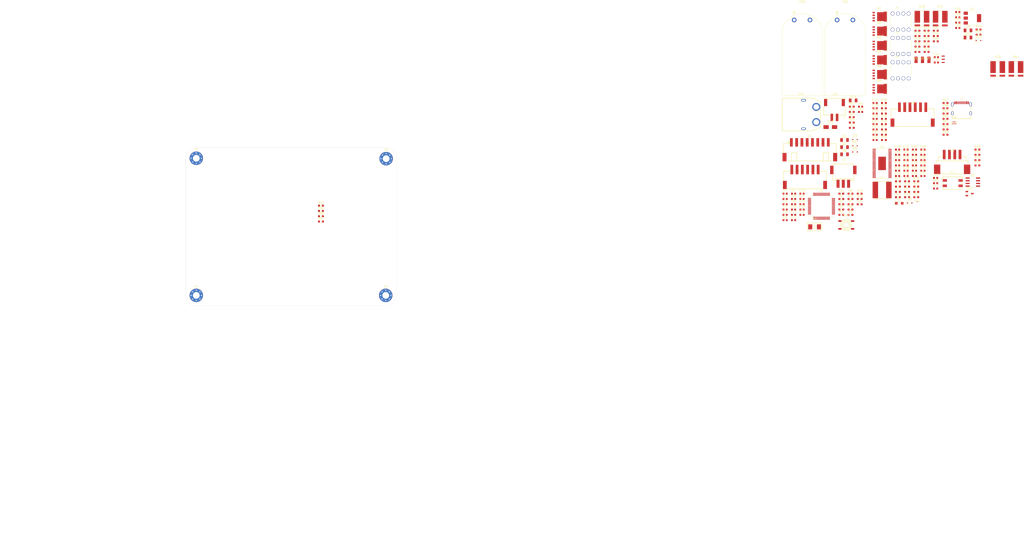
<source format=kicad_pcb>
(kicad_pcb (version 20221018) (generator pcbnew)
  (title_block (title "BLDC Motor Controller") (date "2024-01-06") (rev "rev01_1"))
  (layers (0 "F.Cu" signal) (31 "B.Cu" signal) (34 "B.Paste" user) (35 "F.Paste" user) (36 "B.SilkS" user "B.Silkscreen") (37 "F.SilkS" user "F.Silkscreen") (38 "B.Mask" user) (39 "F.Mask" user) (44 "Edge.Cuts" user))
  (net 0 "")
  (net 1 "+3V3")
  (net 2 "GND")
  (net 3 "/MCU/NRST")
  (net 4 "/MCU/VCAP_1")
  (net 5 "/MCU/VCAP_2")
  (net 6 "/MCU/+3V3_A")
  (net 7 "/MCU/PH_0")
  (net 8 "/MCU/PH_1")
  (net 9 "/MCU/SERVO")
  (net 10 "Net-(C17-Pad1)")
  (net 11 "/FET Driver/GVDD")
  (net 12 "/FET Driver/OC_ADJ")
  (net 13 "Net-(C22-Pad1)")
  (net 14 "Net-(C22-Pad2)")
  (net 15 "/FET Driver/COMP")
  (net 16 "/FET Driver/CP2")
  (net 17 "/FET Driver/CP1")
  (net 18 "Net-(U2-AVDD)")
  (net 19 "+VDC")
  (net 20 "/FET Driver/BST_BK")
  (net 21 "/FET Driver/PH")
  (net 22 "H1_VS")
  (net 23 "/FET Driver/BST_A")
  (net 24 "H2_VS")
  (net 25 "/FET Driver/BST_B")
  (net 26 "H3_VS")
  (net 27 "/FET Driver/BST_C")
  (net 28 "/FET Driver/+5V_DRV")
  (net 29 "S2_N")
  (net 30 "S2_P")
  (net 31 "S1_N")
  (net 32 "S1_P")
  (net 33 "/CAN BUS/C_CAN_P")
  (net 34 "/CAN BUS/C_CAN_N")
  (net 35 "/Filters/HALL_1_IN")
  (net 36 "/Filters/HALL_2_IN")
  (net 37 "/Filters/HALL_3_IN")
  (net 38 "/Filters/TEMP_IN")
  (net 39 "+5V")
  (net 40 "Net-(D10-A)")
  (net 41 "AN_IN")
  (net 44 "Net-(D1-A)")
  (net 45 "Net-(D2-A)")
  (net 52 "Net-(D6-A)")
  (net 53 "Net-(D9-A)")
  (net 54 "Net-(D12-A)")
  (net 55 "Net-(D14-A)")
  (net 56 "/CAN BUS/R_CAN_N")
  (net 57 "/CAN BUS/R_CAN_P")
  (net 58 "/CAN BUS/CAN_P")
  (net 59 "/CAN BUS/CAN_N")
  (net 60 "/MCU/SWCLK")
  (net 61 "/MCU/SWDIO")
  (net 65 "Net-(J2-Pin_3)")
  (net 70 "/MCU/SCK_ADC_EXT")
  (net 71 "/MCU/RX_SDA_NSS")
  (net 72 "/MCU/TX_SCL_MOSI")
  (net 73 "/MCU/MISO_ADC_EXT")
  (net 76 "/MOSFETS/PHASE_1")
  (net 77 "/MOSFETS/PHASE_2")
  (net 78 "/MOSFETS/PHASE_3")
  (net 79 "/USB/+5V-C")
  (net 80 "Net-(J7-CC1)")
  (net 81 "/USB/USB-C_P")
  (net 82 "/USB/USB-C_N")
  (net 84 "Net-(J7-CC2)")
  (net 86 "Net-(J7-SHIELD-PadS1)")
  (net 89 "ADC_TEMP")
  (net 92 "/FET Driver/DVDD")
  (net 93 "H3_LOW")
  (net 94 "Net-(NT5-Pad1)")
  (net 95 "H2_LOW")
  (net 96 "Net-(NT7-Pad1)")
  (net 97 "H1_LOW")
  (net 98 "/MOSFETS/M_H3_RG")
  (net 99 "/MOSFETS/M_L3_RG")
  (net 100 "/MOSFETS/M_H2_RG")
  (net 101 "/MOSFETS/M_L2_RG")
  (net 102 "/MOSFETS/M_H1_RG")
  (net 103 "/MOSFETS/M_L1_RG")
  (net 104 "/MCU/BOOT0_P")
  (net 105 "/MCU/PH_0_P")
  (net 106 "/MCU/PH_1_P")
  (net 107 "/MCU/LED_GREEN")
  (net 108 "/MCU/LED_RED")
  (net 109 "/FET Driver/DTC")
  (net 110 "/FET Driver/RT_CLK")
  (net 111 "/FET Driver/BIAS")
  (net 112 "SENS1")
  (net 113 "/FET Driver/V_SENSE")
  (net 114 "SENS2")
  (net 115 "SENS3")
  (net 116 "M_H3")
  (net 117 "M_L3")
  (net 118 "M_H2")
  (net 119 "M_L2")
  (net 120 "/MOSFETS/SH2_N")
  (net 121 "M_H1")
  (net 122 "M_L1")
  (net 123 "/MOSFETS/SH1_N")
  (net 124 "Net-(U3-Rs)")
  (net 125 "HALL_1_OUT")
  (net 126 "HALL_2_OUT")
  (net 127 "HALL_3_OUT")
  (net 128 "TEMP_MOTOR")
  (net 129 "Net-(R56-Pad2)")
  (net 130 "USB_P")
  (net 131 "USB_N")
  (net 138 "/MCU/TX_SDA_NSS")
  (net 139 "/MCU/RX_SCI_MOSI")
  (net 140 "/MCU/BR_S02")
  (net 141 "/MCU/BR_S01")
  (net 143 "/MCU/TX_SCI_MOSI")
  (net 144 "/MCU/DC_CAL")
  (net 145 "/MCU/L3")
  (net 146 "/MCU/L2")
  (net 147 "/MCU/L1")
  (net 150 "/MCU/H3")
  (net 151 "/MCU/H2")
  (net 152 "/MCU/H1")
  (net 153 "/MCU/USB_DM")
  (net 154 "/MCU/USB_DP")
  (net 156 "/MCU/EN_GATE")
  (net 157 "/MCU/FAULT")
  (net 161 "/MCU/CAN_RX")
  (net 162 "/MCU/CAN_TX")
  (net 163 "/FET Driver/VSENSE")
  (net 166 "FAULT")
  (net 167 "DC_CAL")
  (net 168 "EN_GATE")
  (net 169 "H1")
  (net 170 "L1")
  (net 171 "H2")
  (net 172 "L2")
  (net 173 "H3")
  (net 174 "L3")
  (net 175 "BR_S01")
  (net 176 "BR_S02")
  (net 179 "CAN_TX")
  (net 180 "CAN_RX")
  (net 184 "/USB/CC2")
  (net 185 "/USB/CC1")
  (net 186 "Net-(H1-Pad1)")
  (net 187 "Net-(H2-Pad1)")
  (net 188 "Net-(H3-Pad1)")
  (net 189 "Net-(H5-Pad1)")
  (footprint "Capacitor_SMD:C_0603_1608Metric" (layer "F.Cu") (at 501.8 100.07)
    (fp_text reference "C24")
    (fp_text value "22n")
  )
  (footprint "Capacitor_SMD:C_0603_1608Metric" (layer "F.Cu") (at 509.82 102.58)
    (fp_text reference "C37")
    (fp_text value "100n")
  )
  (footprint "Resistor_SMD:R_0603_1608Metric_Pad0.98x0.95mm_HandSolder" (layer "F.Cu") (at 507.21 46.25)
    (fp_text reference "R24")
    (fp_text value "4R7")
  )
  (footprint "Capacitor_SMD:C_0603_1608Metric" (layer "F.Cu") (at 505.81 110.11)
    (fp_text reference "C34")
    (fp_text value "100n")
  )
  (footprint "Capacitor_SMD:C_0603_1608Metric" (layer "F.Cu") (at 487.14 77.99)
    (fp_text reference "C44")
    (fp_text value "100n")
  )
  (footprint "Resistor_SMD:R_0603_1608Metric_Pad0.98x0.95mm_HandSolder" (layer "F.Cu") (at 475.48 131.03)
    (fp_text reference "R9")
    (fp_text value "39k")
  )
  (footprint "Capacitor_SMD:C_0603_1608Metric" (layer "F.Cu") (at 444.48 123.5)
    (fp_text reference "C2")
    (fp_text value "100nF")
  )
  (footprint "Resistor_SMD:R_0603_1608Metric_Pad0.98x0.95mm_HandSolder" (layer "F.Cu") (at 511.56 43.74)
    (fp_text reference "R28")
    (fp_text value "39K")
  )
  (footprint "Resistor_SMD:R_0603_1608Metric_Pad0.98x0.95mm_HandSolder" (layer "F.Cu") (at 520.52 90.54)
    (fp_text reference "R62")
    (fp_text value "5K1")
  )
  (footprint "Resistor_SMD:R_0603_1608Metric_Pad0.98x0.95mm_HandSolder" (layer "F.Cu") (at 502.31 120.15)
    (fp_text reference "R17")
    (fp_text value "18K")
  )
  (footprint "Resistor_SMD:R_0603_1608Metric_Pad0.98x0.95mm_HandSolder" (layer "F.Cu") (at 520.52 80.5)
    (fp_text reference "R58")
    (fp_text value "0R")
  )
  (footprint "Package_DFN_QFN:PQFN-8-EP_6x5mm_P1.27mm_Generic" (layer "F.Cu") (at 489.21 71.31)
    (fp_text reference "Q6")
    (fp_text value "HSBA15810C")
  )
  (footprint "Capacitor_SMD:C_0603_1608Metric" (layer "F.Cu") (at 487.14 80.5)
    (fp_text reference "C48")
    (fp_text value "4n7")
  )
  (footprint "DF_ESC_Footprint_Library:FILTER-SMD_4P-L9.2-W6.0-P2.54-TL" (layer "F.Cu") (at 523.934899 115.99)
    (fp_text reference "FL1")
    (fp_text value "744227S")
  )
  (footprint "Capacitor_SMD:C_0603_1608Metric" (layer "F.Cu") (at 509.82 100.07)
    (fp_text reference "C36")
    (fp_text value "10u")
  )
  (footprint "NetTie:NetTie-2_SMD_Pad0.5mm" (layer "F.Cu") (at 519.445 58.785)
    (fp_text reference "NT6" hide)
    (fp_text value "NetTie_2" hide)
  )
  (footprint "DF_ESC_Footprint_Library:CONN-SMD_S4B-XH-SM4-TB-LF-SN" (layer "F.Cu") (at 523.65 107.04)
    (fp_text reference "U5")
    (fp_text value "S4B-XH-SM4-TB-(LF)(SN)")
  )
  (footprint "Diode_SMD:Nexperia_CFP3_SOD-123W" (layer "F.Cu") (at 498.605 125.54)
    (fp_text reference "D7")
    (fp_text value "PMEG6020ELR")
  )
  (footprint "Diode_SMD:D_SOD-323" (layer "F.Cu") (at 477.635 95.31)
    (fp_text reference "D3")
    (fp_text value "BAT60A")
  )
  (footprint "LED_SMD:LED_1206_3216Metric" (layer "F.Cu") (at 472.66 95.53)
    (fp_text reference "D1")
    (fp_text value "LED_G")
  )
  (footprint "Capacitor_SMD:C_0603_1608Metric" (layer "F.Cu") (at 480.26 79.73)
    (fp_text reference "C61")
    (fp_text value "100n")
  )
  (footprint "Resistor_SMD:R_0603_1608Metric_Pad0.98x0.95mm_HandSolder" (layer "F.Cu") (at 502.31 117.64)
    (fp_text reference "R16")
    (fp_text value "2K2")
  )
  (footprint "Resistor_SMD:R_0603_1608Metric_Pad0.98x0.95mm_HandSolder" (layer "F.Cu") (at 224.4475 134.2)
    (fp_text reference "R67")
    (fp_text value "0R")
  )
  (footprint "DF_ESC_Footprint_Library:CONN-SMD_XH-3AWB" (layer "F.Cu") (at 472.074962 111.601611)
    (fp_text reference "J2")
    (fp_text value "Conn_01x03")
  )
  (footprint "Capacitor_SMD:C_0603_1608Metric" (layer "F.Cu") (at 501.8 110.11)
    (fp_text reference "C28")
    (fp_text value "100n")
  )
  (footprint "NetTie:NetTie-2_SMD_Pad0.5mm" (layer "F.Cu") (at 519.445 55.785)
    (fp_text reference "NT2" hide)
    (fp_text value "NetTie_2" hide)
  )
  (footprint "Resistor_SMD:R_0603_1608Metric_Pad0.98x0.95mm_HandSolder" (layer "F.Cu") (at 535.65 102.58)
    (fp_text reference "R40")
    (fp_text value "10R")
  )
  (footprint "Package_TO_SOT_SMD:TSOT-23" (layer "F.Cu") (at 531.95 120.94)
    (fp_text reference "D11")
    (fp_text value "ESDCAN24-2BLY")
  )
  (footprint "Resistor_SMD:R_0603_1608Metric_Pad0.98x0.95mm_HandSolder" (layer "F.Cu") (at 506.66 115.13)
    (fp_text reference "R19")
    (fp_text value "39k")
  )
  (footprint "DF_ESC_Footprint_Library:NetTie_SMD_Pad_3.00mm" (layer "F.Cu") (at 506.56 57.56)
    (fp_text reference "NT3")
    (fp_text value "NetTie_2")
  )
  (footprint "Capacitor_SMD:C_0603_1608Metric" (layer "F.Cu") (at 505.81 112.62)
    (fp_text reference "C35")
    (fp_text value "10u")
  )
  (footprint "Resistor_SMD:R_0603_1608Metric_Pad0.98x0.95mm_HandSolder" (layer "F.Cu") (at 491.32 95.56)
    (fp_text reference "R49")
    (fp_text value "0R")
  )
  (footprint "Capacitor_SMD:C_0603_1608Metric" (layer "F.Cu") (at 487.14 95.56)
    (fp_text reference "C54")
    (fp_text value "100n")
  )
  (footprint "Resistor_SMD:R_0603_1608Metric_Pad0.98x0.95mm_HandSolder" (layer "F.Cu") (at 520.52 93.05)
    (fp_text reference "R63")
    (fp_text value "0R")
  )
  (footprint "Capacitor_SMD:C_0603_1608Metric" (layer "F.Cu") (at 497.79 105.09)
    (fp_text reference "C20")
    (fp_text value "2u2")
  )
  (footprint "Resistor_SMD:R_0603_1608Metric_Pad0.98x0.95mm_HandSolder" (layer "F.Cu") (at 479.83 126.01)
    (fp_text reference "TH1")
    (fp_text value "10K")
  )
  (footprint "Resistor_SMD:R_0603_1608Metric_Pad0.98x0.95mm_HandSolder" (layer "F.Cu") (at 491.32 93.05)
    (fp_text reference "R48")
    (fp_text value "10k")
  )
  (footprint "DF_ESC_Footprint_Library:CRYSTAL-SMD_L5.0-W3.2" (layer "F.Cu") (at 458.457006 136.71)
    (fp_text reference "Y1")
    (fp_text value "8MHz")
  )
  (footprint "Capacitor_SMD:C_0603_1608Metric" (layer "F.Cu") (at 452.5 128.52)
    (fp_text reference "C16")
    (fp_text value "100n")
  )
  (footprint "DF_ESC_Footprint_Library:CAP-TH_BD18.0-P7.50-D1.2-SIDE" (layer "F.Cu") (at 470.97843 38.525602)
    (fp_text reference "C63")
    (fp_text value "LKMI2501K821MF")
  )
  (footprint "Resistor_SMD:R_0603_1608Metric_Pad0.98x0.95mm_HandSolder" (layer "F.Cu") (at 476.08 79.73)
    (fp_text reference "R52")
    (fp_text value "39k")
  )
  (footprint "DF_ESC_Footprint_Library:RES-SMD_L7.0-W6.7" (layer "F.Cu") (at 545.270102 61.806533)
    (fp_text reference "R29")
    (fp_text value "0R001")
  )
  (footprint "Resistor_SMD:R_0603_1608Metric_Pad0.98x0.95mm_HandSolder" (layer "F.Cu") (at 535.65 107.6)
    (fp_text reference "R42")
    (fp_text value "10K")
  )
  (footprint "Resistor_SMD:R_0603_1608Metric_Pad0.98x0.95mm_HandSolder" (layer "F.Cu") (at 507.21 43.74)
    (fp_text reference "R23")
    (fp_text value "4R7")
  )
  (footprint "Resistor_SMD:R_0603_1608Metric_Pad0.98x0.95mm_HandSolder" (layer "F.Cu") (at 507.21 48.76)
    (fp_text reference "R25")
    (fp_text value "39K")
  )
  (footprint "Capacitor_SMD:C_0603_1608Metric" (layer "F.Cu") (at 487.14 88.03)
    (fp_text reference "C51")
    (fp_text value "4n7")
  )
  (footprint "Resistor_SMD:R_0603_1608Metric_Pad0.98x0.95mm_HandSolder" (layer "F.Cu") (at 479.83 123.5)
    (fp_text reference "R56")
    (fp_text value "2k2")
  )
  (footprint "LED_SMD:LED_1206_3216Metric" (layer "F.Cu") (at 531.19 43.58)
    (fp_text reference "D9")
    (fp_text value "LED_G")
  )
  (footprint "Resistor_SMD:R_0603_1608Metric_Pad0.98x0.95mm_HandSolder" (layer "F.Cu") (at 520.52 83.01)
    (fp_text reference "R59")
    (fp_text value "22R")
  )
  (footprint "Diode_SMD:D_SOD-323" (layer "F.Cu") (at 477.635 98.26)
    (fp_text reference "D4")
    (fp_text value "BAT60A")
  )
  (footprint "DF_ESC_Footprint_Library:CAP-TH_BD18.0-P7.50-D1.2-SIDE" (layer "F.Cu") (at 450.644372 38.525602)
    (fp_text reference "C59")
    (fp_text value "LKMI2501K821MF")
  )
  (footprint "Capacitor_SMD:C_0603_1608Metric" (layer "F.Cu") (at 448.49 131.03)
    (fp_text reference "C11")
    (fp_text value "100n")
  )
  (footprint "Resistor_SMD:R_0603_1608Metric_Pad0.98x0.95mm_HandSolder" (layer "F.Cu") (at 476.08 84.75)
    (fp_text reference "R54")
    (fp_text value "39k")
  )
  (footprint "Resistor_SMD:R_0603_1608Metric_Pad0.98x0.95mm_HandSolder" (layer "F.Cu") (at 475.48 123.5)
    (fp_text reference "R6")
    (fp_text value "1k")
  )
  (footprint "Resistor_SMD:R_0603_1608Metric_Pad0.98x0.95mm_HandSolder" (layer "F.Cu") (at 475.48 120.99)
    (fp_text reference "R5")
    (fp_text value "1k")
  )
  (footprint "Resistor_SMD:R_0603_1608Metric_Pad0.98x0.95mm_HandSolder" (layer "F.Cu") (at 511.56 48.76)
    (fp_text reference "R31")
    (fp_text value "100R")
  )
  (footprint "Diode_SMD:D_SMA" (layer "F.Cu") (at 465.925 89.41)
    (fp_text reference "D13")
    (fp_text value "SMAJ60CA")
  )
  (footprint "LED_SMD:LED_1206_3216Metric" (layer "F.Cu") (at 476.75 76.78)
    (fp_text reference "D14")
    (fp_text value "LED_G")
  )
  (footprint "Resistor_SMD:R_0603_1608Metric_Pad0.98x0.95mm_HandSolder" (layer "F.Cu") (at 507.21 53.78)
    (fp_text reference "R27")
    (fp_text value "4R7")
  )
  (footprint "Resistor_SMD:R_0603_1608Metric_Pad0.98x0.95mm_HandSolder" (layer "F.Cu") (at 471.13 128.52)
    (fp_text reference "R3")
    (fp_text value "0R")
  )
  (footprint "Resistor_SMD:R_0603_1608Metric_Pad0.98x0.95mm_HandSolder" (layer "F.Cu") (at 471.13 123.5)
    (fp_text reference "R1")
    (fp_text value "100R")
  )
  (footprint "DF_ESC_Footprint_Library:SW-SMD_4P-L5.2-W5.2-P3.70-LS6.4" (layer "F.Cu") (at 473.48 135.81)
    (fp_text reference "SW2")
    (fp_text value "PTS526SK15SMTR2LFS")
  )
  (footprint "Package_DFN_QFN:PQFN-8-EP_6x5mm_P1.27mm_Generic" (layer "F.Cu") (at 489.21 50.76)
    (fp_text reference "Q3")
    (fp_text value "HSBA15810C")
  )
  (footprint "Resistor_SMD:R_0603_1608Metric_Pad0.98x0.95mm_HandSolder" (layer "F.Cu") (at 511.56 51.27)
    (fp_text reference "R32")
    (fp_text value "4R7")
  )
  (footprint "Capacitor_SMD:C_0603_1608Metric" (layer "F.Cu") (at 452.5 120.99)
    (fp_text reference "C13")
    (fp_text value "10p")
  )
  (footprint "Capacitor_SMD:C_0603_1608Metric" (layer "F.Cu") (at 497.79 112.62)
    (fp_text reference "C23")
    (fp_text value "120p")
  )
  (footprint "Package_SO:HTSSOP-56-1EP_6.1x14mm_P0.5mm_EP3.61x6.35mm" (layer "F.Cu") (at 490.46 106.64)
    (fp_text reference "U2")
    (fp_text value "DRV8302_DCA_56")
  )
  (footprint "Capacitor_SMD:C_0603_1608Metric" (layer "F.Cu") (at 501.8 107.6)
    (fp_text reference "C27")
    (fp_text value "100n")
  )
  (footprint "Resistor_SMD:R_0603_1608Metric_Pad0.98x0.95mm_HandSolder" (layer "F.Cu") (at 511.56 53.78)
    (fp_text reference "R33")
    (fp_text value "4R7")
  )
  (footprint "Resistor_SMD:R_0603_1608Metric_Pad0.98x0.95mm_HandSolder" (layer "F.Cu") (at 491.32 85.52)
    (fp_text reference "R45")
    (fp_text value "10k")
  )
  (footprint "DF_ESC_Footprint_Library:NetTie_SMD_Pad_3.00mm" (layer "F.Cu") (at 509.61 57.56)
    (fp_text reference "NT5")
    (fp_text value "NetTie_2")
  )
  (footprint "Capacitor_SMD:C_0603_1608Metric" (layer "F.Cu") (at 497.79 102.58)
    (fp_text reference "C19")
    (fp_text value "2u2")
  )
  (footprint "Capacitor_SMD:C_0603_1608Metric" (layer "F.Cu") (at 515.83 113.52)
    (fp_text reference "C45")
    (fp_text value "51p")
  )
  (footprint "Resistor_SMD:R_0603_1608Metric_Pad0.98x0.95mm_HandSolder" (layer "F.Cu") (at 497.96 117.64)
    (fp_text reference "R12")
    (fp_text value "10k")
  )
  (footprint "Resistor_SMD:R_0603_1608Metric_Pad0.98x0.95mm_HandSolder" (layer "F.Cu") (at 520.52 77.99)
    (fp_text reference "R57")
    (fp_text value "0R")
  )
  (footprint "DF_ESC_Footprint_Library:USB-C_SMD-TYPE-C-31-M-12" (layer "F.Cu") (at 528.121137 81.6691)
    (fp_text reference "J7")
    (fp_text value "TYPE-C-31-M-12")
  )
  (footprint "Capacitor_SMD:C_0603_1608Metric" (layer "F.Cu") (at 501.8 105.09)
    (fp_text reference "C26")
    (fp_text value "100n")
  )
  (footprint "Capacitor_SMD:C_0603_1608Metric" (layer "F.Cu") (at 526.34 39.91)
    (fp_text reference "C57")
    (fp_text value "1u")
  )
  (footprint "Resistor_SMD:R_0603_1608Metric_Pad0.98x0.95mm_HandSolder" (layer "F.Cu") (at 520.52 85.52)
    (fp_text reference "R60")
    (fp_text value "22R")
  )
  (footprint "Capacitor_SMD:C_0603_1608Metric" (layer "F.Cu") (at 487.14 85.52)
    (fp_text reference "C50")
    (fp_text value "100n")
  )
  (footprint "DF_ESC_Footprint_Library:RES-SMD_L7.0-W6.7" (layer "F.Cu") (at 518.01 37.96)
    (fp_text reference "R37")
    (fp_text value "0R001")
  )
  (footprint "Resistor_SMD:R_0603_1608Metric_Pad0.98x0.95mm_HandSolder" (layer "F.Cu") (at 502.31 115.13)
    (fp_text reference "R15")
    (fp_text value "39k")
  )
  (footprint "Capacitor_SMD:C_0603_1608Metric" (layer "F.Cu") (at 526.34 42.42)
    (fp_text reference "C58")
    (fp_text value "1u")
  )
  (footprint "MountingHole:MountingHole_3.2mm_M3_Pad_Via" (layer "F.Cu") (at 165.36 104.2)
    (fp_text reference "H1")
    (fp_text value "MountingHole_Pad")
  )
  (footprint "Capacitor_SMD:C_0603_1608Metric" (layer "F.Cu") (at 515.83 116.03)
    (fp_text reference "C46")
    (fp_text value "51p")
  )
  (footprint "MountingHole:MountingHole_3.2mm_M3_Pad_Via" (layer "F.Cu") (at 165.36 169.2)
    (fp_text reference "H2")
    (fp_text value "MountingHole_Pad")
  )
  (footprint "Resistor_SMD:R_0603_1608Metric_Pad0.98x0.95mm_HandSolder" (layer "F.Cu") (at 476.08 87.26)
    (fp_text reference "R55")
    (fp_text value "2k2")
  )
  (footprint "Resistor_SMD:R_0603_1608Metric_Pad0.98x0.95mm_HandSolder" (layer "F.Cu") (at 536.17 43.14)
    (fp_text reference "R50")
    (fp_text value "1k")
  )
  (footprint "Resistor_SMD:R_0603_1608Metric_Pad0.98x0.95mm_HandSolder" (layer "F.Cu") (at 497.96 122.66)
    (fp_text reference "R14")
    (fp_text value "1M")
  )
  (footprint "Package_TO_SOT_SMD:SOT-223-3_TabPin2" (layer "F.Cu") (at 533.27 37.76)
    (fp_text reference "U4")
    (fp_text value "AMS1117-3.3")
  )
  (footprint "Capacitor_SMD:C_0603_1608Metric" (layer "F.Cu") (at 448.49 123.5)
    (fp_text reference "C8")
    (fp_text value "100nF")
  )
  (footprint "Resistor_SMD:R_0603_1608Metric_Pad0.98x0.95mm_HandSolder" (layer "F.Cu") (at 471.13 126.01)
    (fp_text reference "R2")
    (fp_text value "0R")
  )
  (footprint "LED_SMD:LED_1206_3216Metric" (layer "F.Cu") (at 472.66 98.92)
    (fp_text reference "D2")
    (fp_text value "LED_R")
  )
  (footprint "Resistor_SMD:R_0603_1608Metric_Pad0.98x0.95mm_HandSolder" (layer "F.Cu") (at 520.52 88.03)
    (fp_text reference "R61")
    (fp_text value "5K1")
  )
  (footprint "Package_DFN_QFN:PQFN-8-EP_6x5mm_P1.27mm_Generic" (layer "F.Cu") (at 489.21 57.61)
    (fp_text reference "Q4")
    (fp_text value "HSBA15810C")
  )
  (footprint "Resistor_SMD:R_0603_1608Metric_Pad0.98x0.95mm_HandSolder" (layer "F.Cu") (at 506.66 122.66)
    (fp_text reference "R22")
    (fp_text value "2K2")
  )
  (footprint "Resistor_SMD:R_0603_1608Metric_Pad0.98x0.95mm_HandSolder" (layer "F.Cu") (at 224.4475 126.67)
    (fp_text reference "R37")
    (fp_text value "0R")
  )
  (footprint "DF_ESC_Footprint_Library:IND-SMD_L7.8-W7.8_SDR0805" (layer "F.Cu") (at 490.46 119.242013)
    (fp_text reference "L1")
    (fp_text value "22u")
  )
  (footprint "Capacitor_SMD:C_0603_1608Metric" (layer "F.Cu") (at 515.83 118.54)
    (fp_text reference "C47")
    (fp_text value "2u2")
  )
  (footprint "Capacitor_SMD:C_0603_1608Metric" (layer "F.Cu") (at 444.48 128.52)
    (fp_text reference "C4")
    (fp_text value "100nF")
  )
  (footprint "Capacitor_SMD:C_0603_1608Metric" (layer "F.Cu") (at 444.48 120.99)
    (fp_text reference "C1")
    (fp_text value "C")
  )
  (footprint "Resistor_SMD:R_0603_1608Metric_Pad0.98x0.95mm_HandSolder" (layer "F.Cu") (at 511.56 46.25)
    (fp_text reference "R30")
    (fp_text value "100R")
  )
  (footprint "Capacitor_SMD:C_0603_1608Metric" (layer "F.Cu") (at 487.14 90.54)
    (fp_text reference "C52")
    (fp_text value "100n")
  )
  (footprint "Capacitor_SMD:C_0603_1608Metric" (layer "F.Cu") (at 448.49 120.99)
    (fp_text reference "C7")
    (fp_text value "100nF")
  )
  (footprint "Capacitor_SMD:C_0603_1608Metric" (layer "F.Cu") (at 448.49 128.52)
    (fp_text reference "C10")
    (fp_text value "2u2")
  )
  (footprint "Resistor_SMD:R_0603_1608Metric_Pad0.98x0.95mm_HandSolder" (layer "F.Cu") (at 491.32 80.5)
    (fp_text reference "R43")
    (fp_text value "10k")
  )
  (footprint "Capacitor_SMD:C_0603_1608Metric" (layer "F.Cu") (at 509.82 105.09)
    (fp_text reference "C38")
    (fp_text value "10u")
  )
  (footprint "Package_SO:SOIC-8_3.9x4.9mm_P1.27mm" (layer "F.Cu") (at 533.48 115.49)
    (fp_text reference "U3")
    (fp_text value "SN65HVD230")
  )
  (footprint "Resistor_SMD:R_0603_1608Metric_Pad0.98x0.95mm_HandSolder" (layer "F.Cu") (at 506.66 117.64)
    (fp_text reference "R20")
    (fp_text value "2K2")
  )
  (footprint "Resistor_SMD:R_0603_1608Metric_Pad0.98x0.95mm_HandSolder" (layer "F.Cu") (at 497.96 120.15)
    (fp_text reference "R13")
    (fp_text value "205K")
  )
  (footprint "Diode_SMD:D_SOD-323" (layer "F.Cu") (at 536.165 48.38)
    (fp_text reference "D10")
    (fp_text value "BAT60A")
  )
  (footprint "Resistor_SMD:R_0603_1608Metric_Pad0.98x0.95mm_HandSolder" (layer "F.Cu") (at 535.65 100.07)
    (fp_text reference "R39")
    (fp_text value "10R")
  )
  (footprint "Resistor_SMD:R_0603_1608Metric_Pad0.98x0.95mm_HandSolder" (layer "F.Cu") (at 535.65 105.09)
    (fp_text reference "R41")
    (fp_text value "120R")
  )
  (footprint "Resistor_SMD:R_0603_1608Metric_Pad0.98x0.95mm_HandSolder" (layer "F.Cu") (at 515.91 48.76)
    (fp_text reference "R36")
    (fp_text value "39K")
  )
  (footprint "Diode_SMD:D_SOD-323" (layer "F.Cu") (at 477.635 101.21)
    (fp_text reference "D5")
    (fp_text value "SD05_SOD323")
  )
  (footprint "DF_ESC_Footprint_Library:RES-SMD_L7.0-W6.7" (layer "F.Cu") (at 509.36 37.96)
    (fp_text reference "R29")
    (fp_text value "0R001")
  )
  (footprint "MountingHole:MountingHole_3.2mm_M3_Pad_Via" (layer "F.Cu") (at 255.153701 169.2)
    (fp_text reference "H5")
    (fp_text value "MountingHole_Pad")
  )
  (footprint "Capacitor_SMD:C_0603_1608Metric" (layer "F.Cu") (at 452.5 123.5)
    (fp_text reference "C14")
    (fp_text value "10p")
  )
  (footprint "Resistor_SMD:R_0603_1608Metric_Pad0.98x0.95mm_HandSolder" (layer "F.Cu") (at 475.48 126.01)
    (fp_text reference "R7")
    (fp_text value "2k2")
  )
  (footprint "Resistor_SMD:R_0603_1608Metric_Pad0.98x0.95mm_HandSolder" (layer "F.Cu") (at 515.91 43.74)
    (fp_text reference "R34")
    (fp_text value "100R")
  )
  (footprint "Resistor_SMD:R_0603_1608Metric_Pad0.98x0.95mm_HandSolder" (layer "F.Cu") (at 536.17 45.65)
    (fp_text reference "R51")
    (fp_text value "1k")
  )
  (footprint "Capacitor_SMD:C_0603_1608Metric" (layer "F.Cu") (at 509.82 112.62)
    (fp_text reference "C41")
    (fp_text value "10u")
  )
  (footprint "Resistor_SMD:R_0603_1608Metric_Pad0.98x0.95mm_HandSolder" (layer "F.Cu") (at 476.08 89.77)
    (fp_text reference "TH2")
    (fp_text value "10k")
  )
  (footprint "Resistor_SMD:R_0603_1608Metric_Pad0.98x0.95mm_HandSolder" (layer "F.Cu") (at 497.96 115.13)
    (fp_text reference "R11")
    (fp_text value "16k")
  )
  (footprint "Capacitor_SMD:C_0603_1608Metric" (layer "F.Cu") (at 497.79 110.11)
    (fp_text reference "C22")
    (fp_text value "10n")
  )
  (footprint "Resistor_SMD:R_0603_1608Metric_Pad0.98x0.95mm_HandSolder" (layer "F.Cu") (at 491.32 88.03)
    (fp_text reference "R46")
    (fp_text value "2k2")
  )
  (footprint "NetTie:NetTie-2_SMD_Pad0.5mm" (layer "F.Cu") (at 519.445 57.285)
    (fp_text reference "NT4" hide)
    (fp_text value "NetTie_2" hide)
  )
  (footprint "Capacitor_SMD:C_0603_1608Metric" (layer "F.Cu") (at 448.49 133.54)
    (fp_text reference "C12")
    (fp_text value "1u")
  )
  (footprint "DF_ESC_Footprint_Library:XSON-7_L2.2-W1.2-P0.50-BL" (layer "F.Cu") (at 524.62 87.4)
    (fp_text reference "U6")
    (fp_text value "PUSB3AB6Z")
  )
  (footprint "7461084:WE_7461084" (layer "F.Cu") (at 499.26 62.51)
    (fp_text reference "J6")
    (fp_text value "7461084")
  )
  (footprint "Resistor_SMD:R_0603_1608Metric_Pad0.98x0.95mm_HandSolder" (layer "F.Cu") (at 224.4475 131.69)
    (fp_text reference "R66")
    (fp_text value "0R")
  )
  (footprint "Capacitor_SMD:C_0603_1608Metric" (layer "F.Cu") (at 497.79 100.07)
    (fp_text reference "C18")
    (fp_text value "2u2")
  )
  (footprint "Package_DFN_QFN:PQFN-8-EP_6x5mm_P1.27mm_Generic" (layer "F.Cu") (at 489.21 43.91)
    (fp_text reference "Q2")
    (fp_text value "HSBA15810C")
  )
  (footprint "Capacitor_SMD:C_0603_1608Metric" (layer "F.Cu") (at 444.48 133.54)
    (fp_text reference "C6")
    (fp_text value "100nF")
  )
  (footprint "Capacitor_SMD:C_0603_1608Metric" (layer "F.Cu") (at 487.14 83.01)
    (fp_text reference "C49")
    (fp_text value "4n7")
  )
  (footprint "Capacitor_SMD:C_0603_1608Metric" (layer "F.Cu") (at 497.79 107.6)
    (fp_text reference "C21")
    (fp_text value "2u2")
  )
  (footprint "Capacitor_SMD:C_0603_1608Metric" (layer "F.Cu") (at 509.82 110.11)
    (fp_text reference "C40")
    (fp_text value "10u")
  )
  (footprint "DF_ESC_Footprint_Library:CONN-SMD_S6B-XH-SM4-TB-LF-SN" (layer "F.Cu") (at 504.92 84.56)
    (fp_text reference "J8")
    (fp_text value "Conn_01x06")
  )
  (footprint "MountingHole:MountingHole_3.2mm_M3_Pad_Via" (layer "F.Cu") (at 255.36 104.390425)
    (fp_text reference "H3")
    (fp_text value "MountingHole_Pad")
  )
  (footprint "Capacitor_SMD:C_0603_1608Metric" (layer "F.Cu") (at 505.81 107.6)
    (fp_text reference "C33")
    (fp_text value "10u")
  )
  (footprint "LED_SMD:LED_1206_3216Metric" (layer "F.Cu") (at 531.19 46.97)
    (fp_text reference "D12")
    (fp_text value "LED_G")
  )
  (footprint "Capacitor_SMD:C_0603_1608Metric" (layer "F.Cu") (at 501.8 102.58)
    (fp_text reference "C25")
    (fp_text value "2u2")
  )
  (footprint "Capacitor_SMD:C_0603_1608Metric" (layer "F.Cu") (at 444.48 131.03)
    (fp_text reference "C5")
    (fp_text value "100nF")
  )
  (footprint "Capacitor_SMD:C_0603_1608Metric" (layer "F.Cu") (at 501.8 112.62)
    (fp_text reference "C29")
    (fp_text value "10n")
  )
  (footprint "Resistor_SMD:R_0603_1608Metric_Pad0.98x0.95mm_HandSolder" (layer "F.Cu") (at 491.32 77.99)
    (fp_text reference "R38")
    (fp_text value "2k2")
  )
  (footprint "DF_ESC_Footprint_Library:NetTie_SMD_Pad_3.00mm" (layer "F.Cu") (at 512.66 57.56)
    (fp_text reference "NT7")
    (fp_text value "NetTie_2")
  )
  (footprint "Capacitor_SMD:C_0603_1608Metric" (layer "F.Cu") (at 505.81 100.07)
    (fp_text reference "C30")
    (fp_text value "10u")
  )
  (footprint "Package_QFP:LQFP-64_10x10mm_P0.5mm" (layer "F.Cu") (at 461.73 126.96)
    (fp_text reference "U1")
    (fp_text value "STM32F405RGTx")
  )
  (footprint "Inductor_SMD:L_0603_1608Metric_Pad1.05x0.95mm_HandSolder" (layer "F.Cu") (at 471.13 120.99)
    (fp_text reference "FB1")
    (fp_text value "FerriteBead")
  )
  (footprint "DF_ESC_Footprint_Library:CONN-SMD_XH-2PWBPZ" (layer "F.Cu") (at 467.88 80.31)
    (fp_text reference "J10")
    (fp_text value "XH-2PWBPZ")
  )
  (footprint "Resistor_SMD:R_0603_1608Metric_Pad0.98x0.95mm_HandSolder" (layer "F.Cu") (at 491.32 90.54)
    (fp_text reference "R47")
    (fp_text value "10k")
  )
  (footprint "Package_DFN_QFN:PQFN-8-EP_6x5mm_P1.27mm_Generic" (layer "F.Cu") (at 489.21 37.06)
    (fp_text reference "Q1")
    (fp_text value "HSBA15810C")
  )
  (footprint "DF_ESC_Footprint_Library:NetTie_SMD_Pad_0.2mm" (layer "F.Cu") (at 507.19 124.94)
    (fp_text reference "NT1")
    (fp_text value "NetTie_2")
  )
  (footprint "Capacitor_SMD:C_0603_1608Metric" (layer "F.Cu") (at 505.81 102.58)
    (fp_text reference "C31")
    (fp_text value "100n")
  )
  (footprint "Resistor_SMD:R_0603_1608Metric_Pad0.98x0.95mm_HandSolder" (layer "F.Cu") (at 471.13 131.03)
    (fp_text reference "R4")
    (fp_text value "1k")
  )
  (footprint "Resistor_SMD:R_0603_1608Metric_Pad0.98x0.95mm_HandSolder" (layer "F.Cu") (at 506.66 120.15)
    (fp_text reference "R21")
    (fp_text value "39k")
  )
  (footprint "Capacitor_SMD:C_0603_1608Metric" (layer "F.Cu") (at 526.34 37.4)
    (fp_text reference "C56")
    (fp_text value "1u")
  )
  (footprint "Capacitor_SMD:C_0603_1608Metric" (layer "F.Cu") (at 509.82 107.6)
    (fp_text reference "C39")
    (fp_text value "10u")
  )
  (footprint "Resistor_SMD:R_0603_1608Metric_Pad0.98x0.95mm_HandSolder" (layer "F.Cu") (at 224.4475 129.18)
    (fp_text reference "R65")
    (fp_text value "0R")
  )
  (footprint "Capacitor_SMD:C_0603_1608Metric" (layer "F.Cu") (at 452.5 131.03)
    (fp_text reference "C17")
    (fp_text value "100nF")
  )
  (footprint "Resistor_SMD:R_0603_1608Metric_Pad0.98x0.95mm_HandSolder" (layer "F.Cu") (at 491.32 83.01)
    (fp_text reference "R44")
    (fp_text value "2k2")
  )
  (footprint "Resistor_SMD:R_0603_1608Metric_Pad0.98x0.95mm_HandSolder" (layer "F.Cu") (at 479.83 120.99)
    (fp_text reference "R10")
    (fp_text value "2k2")
  )
  (footprint "Capacitor_SMD:C_0603_1608Metric" (layer "F.Cu") (at 516.19 56.29)
    (fp_text reference "C42")
    (fp_text value "2N2")
  )
  (footprint "Capacitor_SMD:C_0603_1608Metric" (layer "F.Cu") (at 516.19 58.8)
    (fp_text reference "C43")
    (fp_text value "2N2")
  )
  (footprint "7461084:WE_7461084" (layer "F.Cu") (at 499.26 39.41)
    (fp_text reference "J4")
    (fp_text value "7461084")
  )
  (footprint "Resistor_SMD:R_0603_1608Metric_Pad0.98x0.95mm_HandSolder" (layer "F.Cu") (at 507.21 51.27)
    (fp_text reference "R26")
    (fp_text value "4R7")
  )
  (footprint "Capacitor_SMD:C_0603_1608Metric" (layer "F.Cu") (at 448.49 126.01)
    (fp_text reference "C9")
    (fp_text value "2u2")
  )
  (footprint "Capacitor_SMD:C_0603_1608Metric" (layer "F.Cu") (at 444.48 126.01)
    (fp_text reference "C3")
    (fp_text value "100nF")
  )
  (footprint "Resistor_SMD:R_0603_1608Metric_Pad0.98x0.95mm_HandSolder" (layer "F.Cu") (at 475.48 128.52)
    (fp_text reference "R8")
    (fp_text value "2k2")
  )
  (footprint "Diode_SMD:D_SOD-323" (layer "F.Cu") (at 503.545 125.39)
    (fp_text reference "D8")
    (fp_text value "BAT60A")
  )
  (footprint "Package_DFN_QFN:PQFN-8-EP_6x5mm_P1.27mm_Generic" (layer "F.Cu") (at 489.21 64.46)
    (fp_text reference "Q5")
    (fp_text value "HSBA15810C")
  )
  (footprint "Capacitor_SMD:C_0603_1608Metric" (layer "F.Cu") (at 505.81 105.09)
    (fp_text reference "C32")
    (fp_text value "10u")
  )
  (footprint "Capacitor_SMD:C_0603_1608Metric" (layer "F.Cu") (at 452.5 126.01)
    (fp_text reference "C15")
    (fp_text value "100n")
  )
  (footprint "Resistor_SMD:R_0603_1608Metric_Pad0.98x0.95mm_HandSolder" (layer "F.Cu") (at 476.08 82.24)
    (fp_text reference "R53")
    (fp_text value "2k2")
  )
  (footprint "Capacitor_SMD:C_0603_1608Metric" (layer "F.Cu") (at 480.26 82.24)
    (fp_text reference "C62")
    (fp_text value "100n")
  )
  (footprint "DF_ESC_Footprint_Library:CONN-SMD_8P-P2.50_HX25003-8AWB" (layer "F.Cu") (at 456.191574 101.06)
    (fp_text reference "J3")
    (fp_text value "Conn_01x08")
  )
  (footprint "DF_ESC_Footprint_Library:RES-SMD_L7.0-W6.7" (layer "F.Cu") (at 553.920102 61.806533)
    (fp_text reference "R64")
    (fp_text value "0R001")
  )
  (footprint "Resistor_SMD:R_0603_1608Metric_Pad0.98x0.95mm_HandSolder" (layer "F.Cu") (at 502.31 122.66)
    (fp_text reference "R18")
    (fp_text value "3K3")
  )
  (footprint "Capacitor_SMD:C_0603_1608Metric" (layer "F.Cu") (at 526.34 34.89)
    (fp_text reference "C55")
    (fp_text value "1u")
  )
  (footprint "DF_ESC_Footprint_Library:CONN-TH_XT60PW-M" (layer "F.Cu") (at 452.16724 83.461987)
    (fp_text reference "CN1")
    (fp_text value "XT60PW-M")
  )
  (footprint "7461084:WE_7461084" (layer "F.Cu") (at 499.26 50.96)
    (fp_text reference "J5")
    (fp_text value "7461084")
  )
  (footprint "DF_ESC_Footprint_Library:CONN-SMD_S6B-XH-SM4-TB-LF-SN" (layer "F.Cu") (at 453.9 114.11)
    (fp_text reference "J1")
    (fp_text value "Conn_01x06")
  )
  (footprint "Capacitor_SMD:C_0603_1608Metric" (layer "F.Cu") (at 487.14 93.05)
    (fp_text reference "C53")
    (fp_text value "4n7")
  )
  (footprint "Resistor_SMD:R_0603_1608Metric_Pad0.98x0.95mm_HandSolder" (layer "F.Cu") (at 515.91 46.25)
    (fp_text reference "R35")
    (fp_text value "100R")
  )
  (footprint "LED_SMD:LED_1206_3216Metric" (layer "F.Cu") (at 472.66 102.31)
    (fp_text reference "D6")
    (fp_text value "LED_G")
  )
  (gr_arc (start 165.36 174.2) (mid 161.824466 172.735534) (end 160.36 169.2) (stroke (width 0.05)) (layer "Edge.Cuts"))
  (gr_line (start 255.36 99.2) (end 165.36 99.2) (stroke (width 0.05)) (layer "Edge.Cuts"))
  (gr_arc (start 255.36 99.2) (mid 258.895534 100.664466) (end 260.36 104.2) (stroke (width 0.05)) (layer "Edge.Cuts"))
  (gr_arc (start 160.36 104.2) (mid 161.824466 100.664466) (end 165.36 99.2) (stroke (width 0.05)) (layer "Edge.Cuts"))
  (gr_arc (start 260.36 169.2) (mid 258.895534 172.735534) (end 255.36 174.2) (stroke (width 0.05)) (layer "Edge.Cuts"))
  (gr_line (start 160.36 104.2) (end 160.36 169.2) (stroke (width 0.05)) (layer "Edge.Cuts"))
  (gr_line (start 260.36 104.2) (end 260.36 169.2) (stroke (width 0.05)) (layer "Edge.Cuts"))
  (gr_line (start 255.36 174.2) (end 165.36 174.2) (stroke (width 0.05)) (layer "Edge.Cuts"))
  (gr_line (start 165.36 99.2) (end 255.36 99.2) (stroke (width 0.05)) (layer "Edge.Cuts"))
  (gr_line (start 160.36 169.2) (end 160.36 104.2) (stroke (width 0.05)) (layer "Edge.Cuts"))
)
</source>
